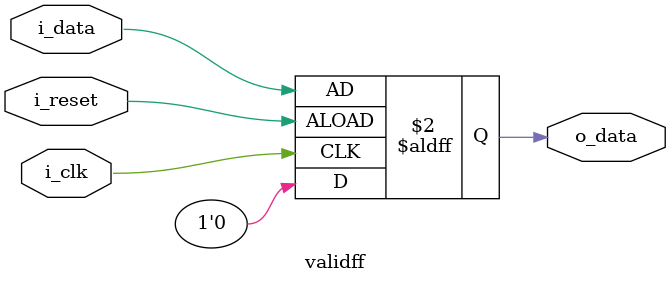
<source format=sv>
`timescale 1ns/1ps
module validff(
    input logic i_clk,
    input logic i_reset,
    input logic i_data,
    output logic o_data
);
always @(posedge i_clk or negedge i_reset) begin
    if(i_reset) begin 
        o_data <= 1'b0;
    end else begin 
        o_data <= i_data;
    end
end
endmodule

</source>
